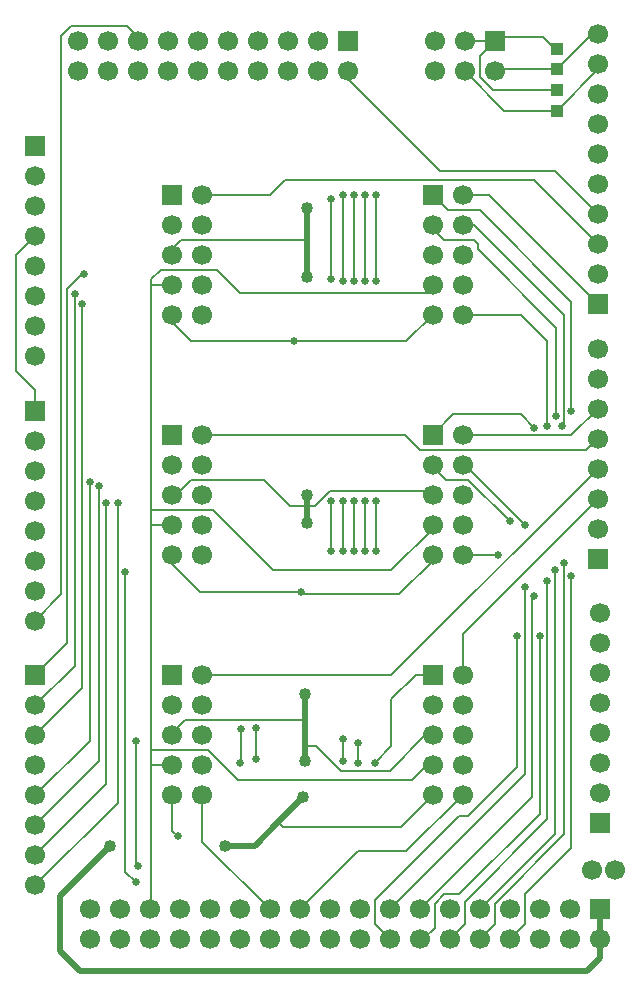
<source format=gtl>
G04 DipTrace 3.0.0.1*
G04 arm_arduino_shield_lay_V9.GTL*
%MOIN*%
G04 #@! TF.FileFunction,Copper,L1,Top*
G04 #@! TF.Part,Single*
G04 #@! TA.AperFunction,Conductor*
%ADD14C,0.019685*%
%ADD15C,0.008*%
G04 #@! TA.AperFunction,ViaPad*
%ADD16C,0.025*%
G04 #@! TA.AperFunction,ComponentPad*
%ADD17R,0.066929X0.066929*%
%ADD18C,0.066929*%
%ADD19R,0.03937X0.043307*%
G04 #@! TA.AperFunction,ViaPad*
%ADD20C,0.04*%
%FSLAX26Y26*%
G04*
G70*
G90*
G75*
G01*
G04 Top*
%LPD*%
X2381717Y637776D2*
D14*
Y537776D1*
Y475259D1*
X2337962Y431504D1*
X650285D1*
X581528Y500261D1*
Y681530D1*
X750295Y850298D1*
X1131585D2*
X1231596D1*
X1310034Y928736D1*
X1394113Y1012815D1*
X1400364Y1131577D2*
Y1181583D1*
Y1269092D1*
Y1356601D1*
X1406614Y1925411D2*
Y1981667D1*
Y1985521D1*
Y2019171D1*
Y2744247D2*
Y2869260D1*
Y2975521D1*
X956567Y2819276D2*
D15*
Y2838007D1*
X987820Y2869260D1*
X1406614D1*
X956500Y2019010D2*
X968908D1*
X1019073Y2069176D1*
X1262849D1*
X1350358Y1981667D1*
X1406614D1*
X1825249Y2019010D2*
Y2031672D1*
X1481622D1*
X1431617Y1981667D1*
X1402760D1*
X1406614Y1985521D1*
X956500Y1219004D2*
Y1225270D1*
X1000322Y1269092D1*
X1400364D1*
X1825249Y1219004D2*
X1800323D1*
X1681643Y1100324D1*
X1519126D1*
X1437867Y1181583D1*
X1400364D1*
X956567Y2619276D2*
Y2594231D1*
X1019073Y2531724D1*
X1362860D1*
X1825408Y2619276D2*
X1737857Y2531724D1*
X1362860D1*
X956500Y1819010D2*
Y1787963D1*
X1050327Y1694136D1*
X1387862D1*
X1825249Y1819010D2*
Y1800239D1*
X1712896Y1687886D1*
X1394113D1*
X1387862Y1694136D1*
X956500Y1019004D2*
Y900370D1*
X975319Y881551D1*
X1825249Y1019004D2*
Y1018907D1*
X1719147Y912804D1*
X1325966D1*
X1310034Y928736D1*
X2237951Y3504999D2*
Y3500576D1*
X2194197Y3544331D1*
X2044181D1*
X2031680Y3531829D1*
X1931680D1*
X2237951Y3367484D2*
X2027257D1*
X1981675Y3413067D1*
Y3481824D1*
X2031680Y3531829D1*
X1562881Y3019276D2*
Y2731745D1*
Y2000419D2*
Y1831651D1*
X1543963Y3431520D2*
Y3406982D1*
X1850411Y3100534D1*
X2231669D1*
X2375466Y2956738D1*
X1637888Y3019276D2*
Y2731745D1*
Y2000419D2*
Y1831651D1*
X1600385Y3019276D2*
Y2731745D1*
Y2000419D2*
Y1831651D1*
X1487873Y3006774D2*
Y2737996D1*
Y2000419D2*
Y1831651D1*
X956567Y2719276D2*
X887749D1*
Y1969010D1*
Y1919010D1*
Y1169010D1*
Y1119004D1*
Y643808D1*
X881717Y637776D1*
X956500Y1119004D2*
X887749D1*
X956500Y1919010D2*
X887749D1*
X1825249D2*
Y1906509D1*
X1687749Y1769009D1*
X1294000D1*
X1093999Y1969010D1*
X887749D1*
X1825408Y2719276D2*
Y2694009D1*
X1181499D1*
X1106499Y2769009D1*
X918999D1*
X887749Y2737760D1*
Y2719276D1*
X1825249Y1119004D2*
Y1137759D1*
X1756500Y1069009D1*
X1175251D1*
X1075249Y1169010D1*
X887749D1*
X1925249Y2219010D2*
X2287828D1*
X2375466Y2306648D1*
X843963Y3531520D2*
X863025Y3550581D1*
X831554D1*
Y3556832D1*
X806551Y3581835D1*
X619031D1*
X587749Y3550552D1*
Y1687928D1*
X500272Y1600450D1*
X1825249Y2219010D2*
X1893999Y2287760D1*
X2119000D1*
X2162749Y2244010D1*
Y1681510D2*
X2156499D1*
Y1012558D1*
X1781717Y637776D1*
X1056500Y1419004D2*
X1687822D1*
X2375466Y2106648D1*
X1825249Y2119010D2*
Y2112761D1*
X1869000Y2069010D1*
X1944000D1*
X2081500Y1931510D1*
X2181499Y1550260D2*
Y956509D1*
X1912749Y687760D1*
X1862749D1*
X1831499Y656509D1*
Y575259D1*
X1794016Y537776D1*
X1781717D1*
X1925249Y1419004D2*
Y1556432D1*
X2375466Y2006648D1*
X1825408Y3019276D2*
X1875675Y2969009D1*
X1981500D1*
X2287749Y2662760D1*
Y2300260D1*
Y1750260D2*
Y844010D1*
X2131499Y687760D1*
Y587558D1*
X2081717Y537776D1*
X1825408Y2919276D2*
Y2906352D1*
X1862749Y2869010D1*
X1962749D1*
X1975249Y2856510D1*
Y2837760D1*
X2237749Y2575260D1*
Y2281510D1*
X2231499Y1769010D2*
Y887558D1*
X1981717Y637776D1*
X1925408Y2919276D2*
X1962484D1*
X2262749Y2619010D1*
Y2250260D1*
X2256499D1*
X2262749Y1794009D2*
Y887760D1*
X2031499Y656509D1*
Y587558D1*
X1981717Y537776D1*
X1925408Y2619276D2*
X2118734D1*
X2206499Y2531510D1*
Y2250260D1*
Y1731510D2*
Y937760D1*
X1931499Y662760D1*
Y587558D1*
X1881717Y537776D1*
X1925249Y2119010D2*
X1931499D1*
X2131499Y1919010D1*
Y1712760D2*
Y1087558D1*
X1681717Y637776D1*
X1925249Y1819010D2*
X2043999D1*
X2106500Y1550260D2*
Y1112761D1*
X1943999Y950260D1*
X1912749D1*
X1631499Y669009D1*
Y587993D1*
X1681717Y537776D1*
X1825249Y1419004D2*
X1768993D1*
X1687749Y1337760D1*
Y1181510D1*
X1631499Y1125260D1*
X1575249Y1194010D2*
Y1125260D1*
X1525249Y1206509D2*
Y1131510D1*
X1925249Y1019004D2*
X1925243D1*
X1737749Y831510D1*
X1575451D1*
X1381717Y637776D1*
X1056500Y1019004D2*
Y862992D1*
X1281717Y637776D1*
X1187749Y1237760D2*
Y1119010D1*
X1181500Y1125260D1*
X1237749Y1244009D2*
Y1137760D1*
X837749Y1200260D2*
Y787760D1*
X844000Y781509D1*
X800249Y1762760D2*
Y762760D1*
X834625Y728385D1*
X775249Y1994009D2*
Y994088D1*
X500269Y719108D1*
X737749Y1994010D2*
Y1056588D1*
X500269Y819108D1*
X712749Y2050260D2*
Y1131588D1*
X500269Y919108D1*
X681538Y2062925D2*
Y1200377D1*
X500269Y1019108D1*
X656499Y2656509D2*
Y1375337D1*
X500269Y1219108D1*
X631499Y2687760D2*
Y1450337D1*
X500269Y1319108D1*
X662749Y2756510D2*
X656500D1*
X606499Y2706509D1*
Y1525337D1*
X500269Y1419108D1*
X500272Y2300450D2*
Y2368988D1*
X437749Y2431510D1*
Y2819273D1*
X500269Y2881793D1*
X1056500Y2219010D2*
X1731500D1*
X1781500Y2169010D1*
X2337828D1*
X2375466Y2206648D1*
X1925408Y3019276D2*
X2012928D1*
X2375466Y2656738D1*
X1056567Y3019276D2*
X1281765D1*
X1331499Y3069009D1*
X2163194D1*
X2375466Y2856738D1*
X1525377Y3019276D2*
Y2731745D1*
Y2000419D2*
Y1831509D1*
X2375466Y3556738D2*
X2356619D1*
X2237951Y3438070D1*
X2037920D1*
X2031680Y3431829D1*
X2375466Y3456738D2*
Y3438070D1*
X2237951Y3300555D1*
X2062954D1*
X1931680Y3431829D1*
D20*
X750295Y850298D3*
X1131585D3*
X1394113Y1012815D3*
X1400364Y1131577D3*
Y1356601D3*
X1406614Y1925411D3*
Y2019171D3*
Y2744247D3*
Y2975521D3*
D3*
D16*
X1362860Y2531724D3*
X1387862Y1694136D3*
X975319Y881551D3*
X1562881Y3019276D3*
Y2731745D3*
Y2000419D3*
Y1831651D3*
X1637888Y3019276D3*
Y2731745D3*
Y2000419D3*
Y1831651D3*
X1600385Y3019276D3*
Y2731745D3*
Y2000419D3*
Y1831651D3*
X1487873Y3006774D3*
Y2737996D3*
Y2000419D3*
Y1831651D3*
X2162749Y2244010D3*
Y1681510D3*
X2081500Y1931510D3*
X2181499Y1550260D3*
X2287749Y2300260D3*
Y1750260D3*
X2237749Y2281510D3*
X2231499Y1769010D3*
X2256499Y2250260D3*
X2262749Y1794009D3*
X2206499Y2250260D3*
Y1731510D3*
X2131499Y1919010D3*
Y1712760D3*
X2043999Y1819010D3*
X2106500Y1550260D3*
X1631499Y1125260D3*
X1575249Y1194010D3*
Y1125260D3*
X1525249Y1206509D3*
Y1131510D3*
X1187749Y1237760D3*
X1181500Y1125260D3*
X1237749Y1244009D3*
Y1137760D3*
X837749Y1200260D3*
X844000Y781509D3*
X800249Y1762760D3*
X834625Y728385D3*
X775249Y1994009D3*
X737749Y1994010D3*
X712749Y2050260D3*
X681538Y2062925D3*
X656499Y2656509D3*
X631499Y2687760D3*
X662749Y2756510D3*
X1525377Y3019276D3*
Y2731745D3*
Y2000419D3*
Y1831509D3*
D17*
X500272Y2300450D3*
D18*
Y2200450D3*
Y2100450D3*
Y2000450D3*
Y1900450D3*
Y1800450D3*
Y1700450D3*
Y1600450D3*
D17*
X500269Y1419108D3*
D18*
Y1319108D3*
Y1219108D3*
Y1119108D3*
Y1019108D3*
Y919108D3*
Y819108D3*
Y719108D3*
D17*
X2381717Y925306D3*
D18*
Y1025306D3*
Y1125306D3*
Y1225306D3*
Y1325306D3*
Y1425306D3*
Y1525306D3*
Y1625306D3*
D17*
Y637776D3*
D18*
Y537776D3*
X2281717Y637776D3*
Y537776D3*
X2181717Y637776D3*
Y537776D3*
X2081717Y637776D3*
Y537776D3*
X1981717Y637776D3*
Y537776D3*
X1881717Y637776D3*
Y537776D3*
X1781717Y637776D3*
Y537776D3*
X1681717Y637776D3*
Y537776D3*
X1581717Y637776D3*
Y537776D3*
X1481717Y637776D3*
Y537776D3*
X1381717Y637776D3*
Y537776D3*
X1281717Y637776D3*
Y537776D3*
X1181717Y637776D3*
Y537776D3*
X1081717Y637776D3*
Y537776D3*
X981717Y637776D3*
Y537776D3*
X881717Y637776D3*
Y537776D3*
X781717Y637776D3*
Y537776D3*
X681717Y637776D3*
Y537776D3*
D17*
X956567Y3019276D3*
D18*
X1056567D3*
X956567Y2919276D3*
X1056567D3*
X956567Y2819276D3*
X1056567D3*
X956567Y2719276D3*
X1056567D3*
X956567Y2619276D3*
X1056567D3*
D17*
X1825408Y3019276D3*
D18*
X1925408D3*
X1825408Y2919276D3*
X1925408D3*
X1825408Y2819276D3*
X1925408D3*
X1825408Y2719276D3*
X1925408D3*
X1825408Y2619276D3*
X1925408D3*
D17*
X956500Y2219010D3*
D18*
X1056500D3*
X956500Y2119010D3*
X1056500D3*
X956500Y2019010D3*
X1056500D3*
X956500Y1919010D3*
X1056500D3*
X956500Y1819010D3*
X1056500D3*
D17*
X1825249Y2219010D3*
D18*
X1925249D3*
X1825249Y2119010D3*
X1925249D3*
X1825249Y2019010D3*
X1925249D3*
X1825249Y1919010D3*
X1925249D3*
X1825249Y1819010D3*
X1925249D3*
D17*
X956500Y1419004D3*
D18*
X1056500D3*
X956500Y1319004D3*
X1056500D3*
X956500Y1219004D3*
X1056500D3*
X956500Y1119004D3*
X1056500D3*
X956500Y1019004D3*
X1056500D3*
D17*
X1825249Y1419004D3*
D18*
X1925249D3*
X1825249Y1319004D3*
X1925249D3*
X1825249Y1219004D3*
X1925249D3*
X1825249Y1119004D3*
X1925249D3*
X1825249Y1019004D3*
X1925249D3*
D17*
X500269Y3181793D3*
D18*
Y3081793D3*
Y2981793D3*
Y2881793D3*
Y2781793D3*
Y2681793D3*
Y2581793D3*
Y2481793D3*
D17*
X2375466Y2656738D3*
D18*
Y2756738D3*
Y2856738D3*
Y2956738D3*
Y3056738D3*
Y3156738D3*
Y3256738D3*
Y3356738D3*
Y3456738D3*
Y3556738D3*
D17*
Y1806648D3*
D18*
Y1906648D3*
Y2006648D3*
Y2106648D3*
Y2206648D3*
Y2306648D3*
Y2406648D3*
Y2506648D3*
D19*
X2237951Y3438070D3*
Y3504999D3*
Y3300555D3*
Y3367484D3*
D17*
X1543963Y3531520D3*
D18*
Y3431520D3*
X1443963Y3531520D3*
Y3431520D3*
X1343963Y3531520D3*
Y3431520D3*
X1243963Y3531520D3*
Y3431520D3*
X1143963Y3531520D3*
Y3431520D3*
X1043963Y3531520D3*
Y3431520D3*
X943963Y3531520D3*
Y3431520D3*
X843963Y3531520D3*
Y3431520D3*
X743963Y3531520D3*
Y3431520D3*
X643963Y3531520D3*
Y3431520D3*
D17*
X2031680Y3531829D3*
D18*
Y3431829D3*
X1931680Y3531829D3*
Y3431829D3*
X1831680Y3531829D3*
Y3431829D3*
X2356714Y769039D3*
X2431722D3*
M02*

</source>
